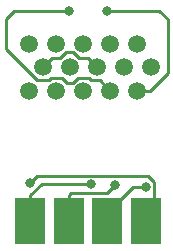
<source format=gbl>
G04 #@! TF.GenerationSoftware,KiCad,Pcbnew,(5.1.5)-3*
G04 #@! TF.CreationDate,2020-06-27T01:04:32-04:00*
G04 #@! TF.ProjectId,VGA_PANEL_BREAKOUT,5647415f-5041-44e4-954c-5f425245414b,rev?*
G04 #@! TF.SameCoordinates,Original*
G04 #@! TF.FileFunction,Copper,L2,Bot*
G04 #@! TF.FilePolarity,Positive*
%FSLAX46Y46*%
G04 Gerber Fmt 4.6, Leading zero omitted, Abs format (unit mm)*
G04 Created by KiCad (PCBNEW (5.1.5)-3) date 2020-06-27 01:04:32*
%MOMM*%
%LPD*%
G04 APERTURE LIST*
%ADD10C,1.500000*%
%ADD11R,2.500000X4.000000*%
%ADD12C,0.800000*%
%ADD13C,0.250000*%
G04 APERTURE END LIST*
D10*
X166960000Y-96000000D03*
X165815000Y-94020000D03*
X163525000Y-94020000D03*
X161235000Y-94020000D03*
X158945000Y-94020000D03*
X156655000Y-94020000D03*
X164670000Y-96000000D03*
X162380000Y-96000000D03*
X160090000Y-96000000D03*
X157800000Y-96000000D03*
X165815000Y-97980000D03*
X163525000Y-97980000D03*
X161235000Y-97980000D03*
X158945000Y-97980000D03*
X156655000Y-97980000D03*
D11*
X166500000Y-109050000D03*
X163250000Y-109050000D03*
X160000000Y-109050000D03*
X156750000Y-109050000D03*
D12*
X156712347Y-105812347D03*
X163250000Y-91200000D03*
X166500000Y-106100000D03*
X160000000Y-91200000D03*
X163900000Y-106000000D03*
X161845153Y-105925010D03*
D13*
X161630001Y-95250001D02*
X162380000Y-96000000D01*
X160873999Y-95250001D02*
X161630001Y-95250001D01*
X160323998Y-94700000D02*
X160873999Y-95250001D01*
X159798998Y-94700000D02*
X160323998Y-94700000D01*
X159248997Y-95250001D02*
X159798998Y-94700000D01*
X158549999Y-95250001D02*
X159248997Y-95250001D01*
X157800000Y-96000000D02*
X158549999Y-95250001D01*
X157324694Y-105200000D02*
X156712347Y-105812347D01*
X166673002Y-105200000D02*
X157324694Y-105200000D01*
X167225001Y-107574999D02*
X167225001Y-105751999D01*
X166500000Y-109050000D02*
X166500000Y-108300000D01*
X166500000Y-108300000D02*
X167225001Y-107574999D01*
X167225001Y-105751999D02*
X166673002Y-105200000D01*
X166875660Y-97980000D02*
X168400000Y-96455660D01*
X165815000Y-97980000D02*
X166875660Y-97980000D01*
X167669988Y-91200000D02*
X163250000Y-91200000D01*
X168400000Y-91930012D02*
X167669988Y-91200000D01*
X168400000Y-96455660D02*
X168400000Y-91930012D01*
X163250000Y-109050000D02*
X163250000Y-108300000D01*
X165450000Y-106100000D02*
X166500000Y-106100000D01*
X163250000Y-108300000D02*
X165450000Y-106100000D01*
X154649990Y-91880022D02*
X155330012Y-91200000D01*
X154649990Y-94440992D02*
X154649990Y-91880022D01*
X161751001Y-96904999D02*
X160776003Y-96904999D01*
X163525000Y-97980000D02*
X162620001Y-97075001D01*
X161921003Y-97075001D02*
X161751001Y-96904999D01*
X160776003Y-96904999D02*
X160381002Y-97300000D01*
X162620001Y-97075001D02*
X161921003Y-97075001D01*
X160381002Y-97300000D02*
X159856002Y-97300000D01*
X159461001Y-96904999D02*
X158486003Y-96904999D01*
X158486003Y-96904999D02*
X158316001Y-97075001D01*
X158316001Y-97075001D02*
X157283999Y-97075001D01*
X159856002Y-97300000D02*
X159461001Y-96904999D01*
X157283999Y-97075001D02*
X154649990Y-94440992D01*
X155330012Y-91200000D02*
X160000000Y-91200000D01*
X163500001Y-106399999D02*
X163900000Y-106000000D01*
X163249989Y-106650011D02*
X163500001Y-106399999D01*
X160000000Y-106800000D02*
X160149989Y-106650011D01*
X160000000Y-109050000D02*
X160000000Y-106800000D01*
X160149989Y-106650011D02*
X163249989Y-106650011D01*
X156750000Y-106800000D02*
X157695153Y-105854847D01*
X161279468Y-105925010D02*
X161845153Y-105925010D01*
X161209305Y-105854847D02*
X161279468Y-105925010D01*
X156750000Y-109050000D02*
X156750000Y-106800000D01*
X157695153Y-105854847D02*
X161209305Y-105854847D01*
M02*

</source>
